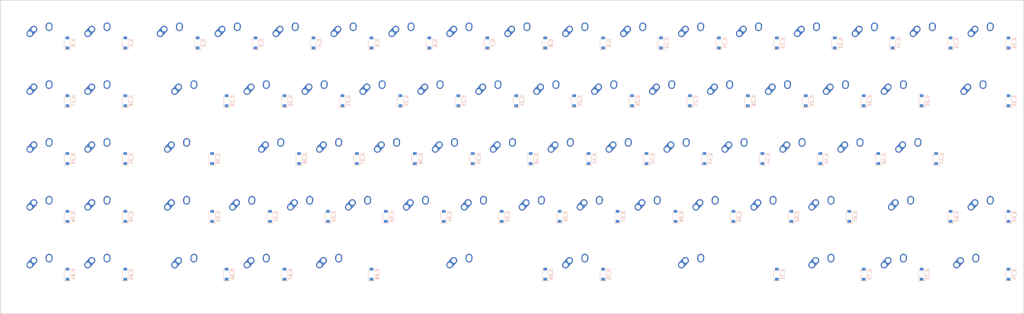
<source format=kicad_pcb>
(kicad_pcb (version 20221018) (generator pcbnew)
  (layers (0 "F.Cu" signal) (31 "B.Cu" signal) (34 "B.Paste" user) (35 "F.Paste" user) (36 "B.SilkS" user "B.Silkscreen") (37 "F.SilkS" user "F.Silkscreen") (38 "B.Mask" user) (39 "F.Mask" user) (44 "Edge.Cuts" user))
  (net 0 "")
  (net 1 "col0")
  (net 2 "col1")
  (net 3 "col2")
  (net 4 "col3")
  (net 5 "col4")
  (net 6 "col5")
  (net 7 "col6")
  (net 8 "col7")
  (net 9 "col8")
  (net 10 "col9")
  (net 11 "col10")
  (net 12 "col11")
  (net 13 "col12")
  (net 14 "col13")
  (net 15 "col14")
  (net 16 "col15")
  (net 17 "col16")
  (net 18 "row0")
  (net 19 "row1")
  (net 20 "row2")
  (net 21 "row3")
  (net 22 "row4")
  (net 23 "Net-(D_0-Pad2)")
  (net 24 "Net-(D_1-Pad2)")
  (net 25 "Net-(D_2-Pad2)")
  (net 26 "Net-(D_3-Pad2)")
  (net 27 "Net-(D_4-Pad2)")
  (net 28 "Net-(D_5-Pad2)")
  (net 29 "Net-(D_6-Pad2)")
  (net 30 "Net-(D_7-Pad2)")
  (net 31 "Net-(D_8-Pad2)")
  (net 32 "Net-(D_9-Pad2)")
  (net 33 "Net-(D_10-Pad2)")
  (net 34 "Net-(D_11-Pad2)")
  (net 35 "Net-(D_12-Pad2)")
  (net 36 "Net-(D_13-Pad2)")
  (net 37 "Net-(D_14-Pad2)")
  (net 38 "Net-(D_15-Pad2)")
  (net 39 "Net-(D_16-Pad2)")
  (net 40 "Net-(D_17-Pad2)")
  (net 41 "Net-(D_18-Pad2)")
  (net 42 "Net-(D_19-Pad2)")
  (net 43 "Net-(D_20-Pad2)")
  (net 44 "Net-(D_21-Pad2)")
  (net 45 "Net-(D_22-Pad2)")
  (net 46 "Net-(D_23-Pad2)")
  (net 47 "Net-(D_24-Pad2)")
  (net 48 "Net-(D_25-Pad2)")
  (net 49 "Net-(D_26-Pad2)")
  (net 50 "Net-(D_27-Pad2)")
  (net 51 "Net-(D_28-Pad2)")
  (net 52 "Net-(D_29-Pad2)")
  (net 53 "Net-(D_30-Pad2)")
  (net 54 "Net-(D_31-Pad2)")
  (net 55 "Net-(D_33-Pad2)")
  (net 56 "Net-(D_34-Pad2)")
  (net 57 "Net-(D_35-Pad2)")
  (net 58 "Net-(D_36-Pad2)")
  (net 59 "Net-(D_37-Pad2)")
  (net 60 "Net-(D_38-Pad2)")
  (net 61 "Net-(D_39-Pad2)")
  (net 62 "Net-(D_40-Pad2)")
  (net 63 "Net-(D_41-Pad2)")
  (net 64 "Net-(D_42-Pad2)")
  (net 65 "Net-(D_43-Pad2)")
  (net 66 "Net-(D_44-Pad2)")
  (net 67 "Net-(D_45-Pad2)")
  (net 68 "Net-(D_46-Pad2)")
  (net 69 "Net-(D_47-Pad2)")
  (net 70 "Net-(D_32-Pad2)")
  (net 71 "Net-(D_48-Pad2)")
  (net 72 "Net-(D_49-Pad2)")
  (net 73 "Net-(D_50-Pad2)")
  (net 74 "Net-(D_51-Pad2)")
  (net 75 "Net-(D_52-Pad2)")
  (net 76 "Net-(D_53-Pad2)")
  (net 77 "Net-(D_54-Pad2)")
  (net 78 "Net-(D_55-Pad2)")
  (net 79 "Net-(D_56-Pad2)")
  (net 80 "Net-(D_57-Pad2)")
  (net 81 "Net-(D_58-Pad2)")
  (net 82 "Net-(D_59-Pad2)")
  (net 83 "Net-(D_60-Pad2)")
  (net 84 "Net-(D_61-Pad2)")
  (net 85 "Net-(D_62-Pad2)")
  (net 86 "Net-(D_63-Pad2)")
  (net 87 "Net-(D_64-Pad2)")
  (net 88 "Net-(D_65-Pad2)")
  (net 89 "Net-(D_66-Pad2)")
  (net 90 "Net-(D_67-Pad2)")
  (net 91 "Net-(D_68-Pad2)")
  (net 92 "Net-(D_69-Pad2)")
  (net 93 "Net-(D_70-Pad2)")
  (net 94 "Net-(D_71-Pad2)")
  (net 95 "Net-(D_72-Pad2)")
  (net 96 "Net-(D_73-Pad2)")
  (net 97 "Net-(D_74-Pad2)")
  (footprint "MX_Alps_Hybrid:MX-1U-NoLED" (layer "F.Cu") (at 220.218 118.745)
    (fp_text reference "K_70")
    (fp_text value "KEYSW")
  )
  (footprint "MX_Alps_Hybrid:MX-1U-NoLED" (layer "F.Cu") (at 248.793 61.595)
    (fp_text reference "K_27")
    (fp_text value "KEYSW")
  )
  (footprint "MX_Alps_Hybrid:MX-1U-NoLED" (layer "F.Cu") (at 63.0555 42.545)
    (fp_text reference "K_1")
    (fp_text value "KEYSW")
  )
  (footprint "MX_Alps_Hybrid:MX-1.25U-NoLED" (layer "F.Cu") (at 351.18675 61.595)
    (fp_text reference "K_32")
    (fp_text value "KEYSW")
  )
  (footprint "MX_Alps_Hybrid:MX-1U-NoLED" (layer "F.Cu") (at 224.9805 99.695)
    (fp_text reference "K_57")
    (fp_text value "KEYSW")
  )
  (footprint "MX_Alps_Hybrid:MX-1U-NoLED" (layer "F.Cu") (at 263.0805 99.695)
    (fp_text reference "K_59")
    (fp_text value "KEYSW")
  )
  (footprint "MX_Alps_Hybrid:MX-1U-NoLED" (layer "F.Cu") (at 253.5555 80.645)
    (fp_text reference "K_43")
    (fp_text value "KEYSW")
  )
  (footprint "MX_Alps_Hybrid:MX-1U-NoLED" (layer "F.Cu") (at 172.593 61.595)
    (fp_text reference "K_23")
    (fp_text value "KEYSW")
  )
  (footprint "MX_Alps_Hybrid:MX-1U-NoLED" (layer "F.Cu") (at 296.418 42.545)
    (fp_text reference "K_13")
    (fp_text value "KEYSW")
  )
  (footprint "MX_Alps_Hybrid:MX-1U-NoLED" (layer "F.Cu") (at 282.1305 99.695)
    (fp_text reference "K_60")
    (fp_text value "KEYSW")
  )
  (footprint "MX_Alps_Hybrid:MX-3U-NoLED" (layer "F.Cu") (at 182.118 118.745)
    (fp_text reference "K_69")
    (fp_text value "KEYSW")
  )
  (footprint "MX_Alps_Hybrid:MX-1.25U-NoLED" (layer "F.Cu") (at 89.24925 99.695)
    (fp_text reference "K_50")
    (fp_text value "KEYSW")
  )
  (footprint "MX_Alps_Hybrid:MX-1U-NoLED" (layer "F.Cu") (at 353.568 99.695)
    (fp_text reference "K_63")
    (fp_text value "KEYSW")
  )
  (footprint "MX_Alps_Hybrid:MX-1U-NoLED" (layer "F.Cu") (at 215.4555 80.645)
    (fp_text reference "K_41")
    (fp_text value "KEYSW")
  )
  (footprint "MX_Alps_Hybrid:MX-1U-NoLED" (layer "F.Cu") (at 210.693 61.595)
    (fp_text reference "K_25")
    (fp_text value "KEYSW")
  )
  (footprint "MX_Alps_Hybrid:MX-1U-NoLED" (layer "F.Cu") (at 229.743 61.595)
    (fp_text reference "K_26")
    (fp_text value "KEYSW")
  )
  (footprint "MX_Alps_Hybrid:MX-1U-NoLED" (layer "F.Cu") (at 44.0055 80.645)
    (fp_text reference "K_33")
    (fp_text value "KEYSW")
  )
  (footprint "MX_Alps_Hybrid:MX-1U-NoLED" (layer "F.Cu") (at 163.068 42.545)
    (fp_text reference "K_6")
    (fp_text value "KEYSW")
  )
  (footprint "MX_Alps_Hybrid:MX-1U-NoLED" (layer "F.Cu") (at 129.7305 99.695)
    (fp_text reference "K_52")
    (fp_text value "KEYSW")
  )
  (footprint "MX_Alps_Hybrid:MX-1U-NoLED" (layer "F.Cu") (at 196.4055 80.645)
    (fp_text reference "K_40")
    (fp_text value "KEYSW")
  )
  (footprint "MX_Alps_Hybrid:MX-1.5U-NoLED" (layer "F.Cu") (at 348.8055 118.745)
    (fp_text reference "K_74")
    (fp_text value "KEYSW")
  )
  (footprint "MX_Alps_Hybrid:MX-1U-NoLED" (layer "F.Cu") (at 286.893 61.595)
    (fp_text reference "K_29")
    (fp_text value "KEYSW")
  )
  (footprint "MX_Alps_Hybrid:MX-1U-NoLED" (layer "F.Cu") (at 186.8805 99.695)
    (fp_text reference "K_55")
    (fp_text value "KEYSW")
  )
  (footprint "MX_Alps_Hybrid:MX-1.5U-NoLED" (layer "F.Cu") (at 301.1805 118.745)
    (fp_text reference "K_72")
    (fp_text value "KEYSW")
  )
  (footprint "MX_Alps_Hybrid:MX-1U-NoLED" (layer "F.Cu") (at 120.2055 80.645)
    (fp_text reference "K_36")
    (fp_text value "KEYSW")
  )
  (footprint "MX_Alps_Hybrid:MX-1U-NoLED" (layer "F.Cu") (at 177.3555 80.645)
    (fp_text reference "K_39")
    (fp_text value "KEYSW")
  )
  (footprint "MX_Alps_Hybrid:MX-1U-NoLED" (layer "F.Cu") (at 63.0555 118.745)
    (fp_text reference "K_65")
    (fp_text value "KEYSW")
  )
  (footprint "MX_Alps_Hybrid:MX-1U-NoLED" (layer "F.Cu") (at 63.0555 99.695)
    (fp_text reference "K_49")
    (fp_text value "KEYSW")
  )
  (footprint "MX_Alps_Hybrid:MX-1U-NoLED" (layer "F.Cu") (at 153.543 61.595)
    (fp_text reference "K_22")
    (fp_text value "KEYSW")
  )
  (footprint "MX_Alps_Hybrid:MX-1U-NoLED" (layer "F.Cu") (at 115.443 118.745)
    (fp_text reference "K_67")
    (fp_text value "KEYSW")
  )
  (footprint "MX_Alps_Hybrid:MX-1U-NoLED" (layer "F.Cu") (at 315.468 42.545)
    (fp_text reference "K_14")
    (fp_text value "KEYSW")
  )
  (footprint "MX_Alps_Hybrid:MX-1U-NoLED" (layer "F.Cu") (at 86.868 42.545)
    (fp_text reference "K_2")
    (fp_text value "KEYSW")
  )
  (footprint "MX_Alps_Hybrid:MX-1U-NoLED" (layer "F.Cu") (at 44.0055 99.695)
    (fp_text reference "K_48")
    (fp_text value "KEYSW")
  )
  (footprint "MX_Alps_Hybrid:MX-1U-NoLED" (layer "F.Cu") (at 267.843 61.595)
    (fp_text reference "K_28")
    (fp_text value "KEYSW")
  )
  (footprint "MX_Alps_Hybrid:MX-1U-NoLED" (layer "F.Cu") (at 272.6055 80.645)
    (fp_text reference "K_44")
    (fp_text value "KEYSW")
  )
  (footprint "MX_Alps_Hybrid:MX-1U-NoLED" (layer "F.Cu") (at 201.168 42.545)
    (fp_text reference "K_8")
    (fp_text value "KEYSW")
  )
  (footprint "MX_Alps_Hybrid:MX-1U-NoLED" (layer "F.Cu") (at 234.5055 80.645)
    (fp_text reference "K_42")
    (fp_text value "KEYSW")
  )
  (footprint "MX_Alps_Hybrid:MX-1U-NoLED" (layer "F.Cu") (at 301.1805 99.695)
    (fp_text reference "K_61")
    (fp_text value "KEYSW")
  )
  (footprint "MX_Alps_Hybrid:MX-1U-NoLED" (layer "F.Cu") (at 310.7055 80.645)
    (fp_text reference "K_46")
    (fp_text value "KEYSW")
  )
  (footprint "MX_Alps_Hybrid:MX-1U-NoLED" (layer "F.Cu") (at 115.443 61.595)
    (fp_text reference "K_20")
    (fp_text value "KEYSW")
  )
  (footprint "MX_Alps_Hybrid:MX-1U-NoLED" (layer "F.Cu") (at 258.318 42.545)
    (fp_text reference "K_11")
    (fp_text value "KEYSW")
  )
  (footprint "MX_Alps_Hybrid:MX-1U-NoLED" (layer "F.Cu") (at 191.643 61.595)
    (fp_text reference "K_24")
    (fp_text value "KEYSW")
  )
  (footprint "MX_Alps_Hybrid:MX-1U-NoLED" (layer "F.Cu") (at 220.218 42.545)
    (fp_text reference "K_9")
    (fp_text value "KEYSW")
  )
  (footprint "MX_Alps_Hybrid:MX-1U-NoLED" (layer "F.Cu") (at 44.0055 61.595)
    (fp_text reference "K_17")
    (fp_text value "KEYSW")
  )
  (footprint "MX_Alps_Hybrid:MX-1U-NoLED" (layer "F.Cu") (at 324.993 61.595)
    (fp_text reference "K_31")
    (fp_text value "KEYSW")
  )
  (footprint "MX_Alps_Hybrid:MX-1.25U-NoLED" (layer "F.Cu") (at 89.24925 80.645)
    (fp_text reference "K_35")
    (fp_text value "KEYSW")
  )
  (footprint "MX_Alps_Hybrid:MX-1U-NoLED" (layer "F.Cu") (at 182.118 42.545)
    (fp_text reference "K_7")
    (fp_text value "KEYSW")
  )
  (footprint "MX_Alps_Hybrid:MX-1U-NoLED" (layer "F.Cu") (at 353.568 42.545)
    (fp_text reference "K_16")
    (fp_text value "KEYSW")
  )
  (footprint "MX_Alps_Hybrid:MX-1U-NoLED" (layer "F.Cu") (at 63.0555 80.645)
    (fp_text reference "K_34")
    (fp_text value "KEYSW")
  )
  (footprint "MX_Alps_Hybrid:MX-1.5U-NoLED" (layer "F.Cu") (at 91.6305 118.745)
    (fp_text reference "K_66")
    (fp_text value "KEYSW")
  )
  (footprint "MX_Alps_Hybrid:MX-1.5U-NoLED" (layer "F.Cu") (at 91.6305 61.595)
    (fp_text reference "K_19")
    (fp_text value "KEYSW")
  )
  (footprint "MX_Alps_Hybrid:MX-1U-NoLED" (layer "F.Cu") (at 167.8305 99.695)
    (fp_text reference "K_54")
    (fp_text value "KEYSW")
  )
  (footprint "MX_Alps_Hybrid:MX-1U-NoLED" (layer "F.Cu") (at 148.7805 99.695)
    (fp_text reference "K_53")
    (fp_text value "KEYSW")
  )
  (footprint "MX_Alps_Hybrid:MX-1U-NoLED" (layer "F.Cu") (at 205.9305 99.695)
    (fp_text reference "K_56")
    (fp_text value "KEYSW")
  )
  (footprint "MX_Alps_Hybrid:MX-3U-NoLED" (layer "F.Cu") (at 258.318 118.745)
    (fp_text reference "K_71")
    (fp_text value "KEYSW")
  )
  (footprint "MX_Alps_Hybrid:MX-1U-NoLED" (layer "F.Cu") (at 291.6555 80.645)
    (fp_text reference "K_45")
    (fp_text value "KEYSW")
  )
  (footprint "MX_Alps_Hybrid:MX-1U-NoLED" (layer "F.Cu") (at 329.7555 80.645)
    (fp_text reference "K_47")
    (fp_text value "KEYSW")
  )
  (footprint "MX_Alps_Hybrid:MX-1U-NoLED" (layer "F.Cu") (at 244.0305 99.695)
    (fp_text reference "K_58")
    (fp_text value "KEYSW")
  )
  (footprint "MX_Alps_Hybrid:MX-1.5U-NoLED" (layer "F.Cu") (at 139.2555 118.745)
    (fp_text reference "K_68")
    (fp_text value "KEYSW")
  )
  (footprint "MX_Alps_Hybrid:MX-1U-NoLED" (layer "F.Cu") (at 44.0055 118.745)
    (fp_text reference "K_64")
    (fp_text value "KEYSW")
  )
  (footprint "MX_Alps_Hybrid:MX-1U-NoLED" (layer "F.Cu") (at 63.0555 61.595)
    (fp_text reference "K_18")
    (fp_text value "KEYSW")
  )
  (footprint "MX_Alps_Hybrid:MX-1U-NoLED" (layer "F.Cu") (at 239.268 42.545)
    (fp_text reference "K_10")
    (fp_text value "KEYSW")
  )
  (footprint "MX_Alps_Hybrid:MX-1.75U-NoLED" (layer "F.Cu") (at 327.37425 99.695)
    (fp_text reference "K_62")
    (fp_text value "KEYSW")
  )
  (footprint "MX_Alps_Hybrid:MX-1U-NoLED" (layer "F.Cu") (at 144.018 42.545)
    (fp_text reference "K_5")
    (fp_text value "KEYSW")
  )
  (footprint "MX_Alps_Hybrid:MX-1U-NoLED" (layer "F.Cu") (at 158.3055 80.645)
    (fp_text reference "K_38")
    (fp_text value "KEYSW")
  )
  (footprint "MX_Alps_Hybrid:MX-1U-NoLED" (layer "F.Cu") (at 134.493 61.595)
    (fp_text reference "K_21")
    (fp_text value "KEYSW")
  )
  (footprint "MX_Alps_Hybrid:MX-1U-NoLED" (layer "F.Cu") (at 139.2555 80.645)
    (fp_text reference "K_37")
    (fp_text value "KEYSW")
  )
  (footprint "MX_Alps_Hybrid:MX-1U-NoLED" (layer "F.Cu") (at 105.918 42.545)
    (fp_text reference "K_3")
    (fp_text value "KEYSW")
  )
  (footprint "MX_Alps_Hybrid:MX-1U-NoLED" (layer "F.Cu") (at 124.968 42.545)
    (fp_text reference "K_4")
    (fp_text value "KEYSW")
  )
  (footprint "MX_Alps_Hybrid:MX-1U-NoLED" (layer "F.Cu") (at 324.993 118.745)
    (fp_text reference "K_73")
    (fp_text value "KEYSW")
  )
  (footprint "MX_Alps_Hybrid:MX-1U-NoLED" (layer "F.Cu") (at 110.6805 99.695)
    (fp_text reference "K_51")
    (fp_text value "KEYSW")
  )
  (footprint "MX_Alps_Hybrid:MX-1U-NoLED" (layer "F.Cu") (at 277.368 42.545)
    (fp_text reference "K_12")
    (fp_text value "KEYSW")
  )
  (footprint "MX_Alps_Hybrid:MX-1U-NoLED" (layer "F.Cu") (at 44.0055 42.545)
    (fp_text reference "K_0")
    (fp_text value "KEYSW")
  )
  (footprint "MX_Alps_Hybrid:MX-1U-NoLED" (layer "F.Cu") (at 334.518 42.545)
    (fp_text reference "K_15")
    (fp_text value "KEYSW")
  )
  (footprint "MX_Alps_Hybrid:MX-1U-NoLED" (layer "F.Cu") (at 305.943 61.595)
    (fp_text reference "K_30")
    (fp_text value "KEYSW")
  )
  (footprint "Diode_SMD:D_SOD-123" (layer "B.Cu") (at 228.743 119.245 90)
    (fp_text reference "D_70")
    (fp_text value "D")
  )
  (footprint "Diode_SMD:D_SOD-123" (layer "B.Cu") (at 362.093 100.195 90)
    (fp_text reference "D_63")
    (fp_text value "D")
  )
  (footprint "Diode_SMD:D_SOD-123" (layer "B.Cu") (at 52.5305 43.045 90)
    (fp_text reference "D_0")
    (fp_text value "D")
  )
  (footprint "Diode_SMD:D_SOD-123" (layer "B.Cu") (at 185.8805 81.145 90)
    (fp_text reference "D_39")
    (fp_text value "D")
  )
  (footprint "Diode_SMD:D_SOD-123" (layer "B.Cu") (at 171.593 43.045 90)
    (fp_text reference "D_6")
    (fp_text value "D")
  )
  (footprint "Diode_SMD:D_SOD-123" (layer "B.Cu") (at 100.1555 81.145 90)
    (fp_text reference "D_35")
    (fp_text value "D")
  )
  (footprint "Diode_SMD:D_SOD-123" (layer "B.Cu") (at 257.318 62.095 90)
    (fp_text reference "D_27")
    (fp_text value "D")
  )
  (footprint "Diode_SMD:D_SOD-123" (layer "B.Cu") (at 266.843 43.045 90)
    (fp_text reference "D_11")
    (fp_text value "D")
  )
  (footprint "Diode_SMD:D_SOD-123" (layer "B.Cu") (at 200.168 62.095 90)
    (fp_text reference "D_24")
    (fp_text value "D")
  )
  (footprint "Diode_SMD:D_SOD-123" (layer "B.Cu") (at 362.093 62.095 90)
    (fp_text reference "D_32")
    (fp_text value "D")
  )
  (footprint "Diode_SMD:D_SOD-123" (layer "B.Cu") (at 71.5805 100.195 90)
    (fp_text reference "D_49")
    (fp_text value "D")
  )
  (footprint "Diode_SMD:D_SOD-123" (layer "B.Cu") (at 333.518 119.245 90)
    (fp_text reference "D_73")
    (fp_text value "D")
  )
  (footprint "Diode_SMD:D_SOD-123" (layer "B.Cu") (at 219.218 62.095 90)
    (fp_text reference "D_25")
    (fp_text value "D")
  )
  (footprint "Diode_SMD:D_SOD-123" (layer "B.Cu") (at 252.5555 100.195 90)
    (fp_text reference "D_58")
    (fp_text value "D")
  )
  (footprint "Diode_SMD:D_SOD-123" (layer "B.Cu") (at 123.968 119.245 90)
    (fp_text reference "D_67")
    (fp_text value "D")
  )
  (footprint "Diode_SMD:D_SOD-123" (layer "B.Cu") (at 247.793 43.045 90)
    (fp_text reference "D_10")
    (fp_text value "D")
  )
  (footprint "Diode_SMD:D_SOD-123" (layer "B.Cu") (at 123.968 62.095 90)
    (fp_text reference "D_20")
    (fp_text value "D")
  )
  (footprint "Diode_SMD:D_SOD-123" (layer "B.Cu") (at 276.368 62.095 90)
    (fp_text reference "D_28")
    (fp_text value "D")
  )
  (footprint "Diode_SMD:D_SOD-123" (layer "B.Cu") (at 343.043 43.045 90)
    (fp_text reference "D_15")
    (fp_text value "D")
  )
  (footprint "Diode_SMD:D_SOD-123" (layer "B.Cu") (at 133.493 43.045 90)
    (fp_text reference "D_4")
    (fp_text value "D")
  )
  (footprint "Diode_SMD:D_SOD-123" (layer "B.Cu") (at 314.468 119.245 90)
    (fp_text reference "D_72")
    (fp_text value "D")
  )
  (footprint "Diode_SMD:D_SOD-123" (layer "B.Cu") (at 262.0805 81.145 90)
    (fp_text reference "D_43")
    (fp_text value "D")
  )
  (footprint "Diode_SMD:D_SOD-123" (layer "B.Cu") (at 152.543 119.245 90)
    (fp_text reference "D_68")
    (fp_text value "D")
  )
  (footprint "Diode_SMD:D_SOD-123" (layer "B.Cu") (at 157.3055 100.195 90)
    (fp_text reference "D_53")
    (fp_text value "D")
  )
  (footprint "Diode_SMD:D_SOD-123" (layer "B.Cu") (at 285.893 119.245 90)
    (fp_text reference "D_71")
    (fp_text value "D")
  )
  (footprint "Diode_SMD:D_SOD-123" (layer "B.Cu") (at 128.7305 81.145 90)
    (fp_text reference "D_36")
    (fp_text value "D")
  )
  (footprint "Diode_SMD:D_SOD-123" (layer "B.Cu") (at 119.2055 100.195 90)
    (fp_text reference "D_51")
    (fp_text value "D")
  )
  (footprint "Diode_SMD:D_SOD-123" (layer "B.Cu") (at 52.5305 62.095 90)
    (fp_text reference "D_17")
    (fp_text value "D")
  )
  (footprint "Diode_SMD:D_SOD-123" (layer "B.Cu") (at 95.393 43.045 90)
    (fp_text reference "D_2")
    (fp_text value "D")
  )
  (footprint "Diode_SMD:D_SOD-123" (layer "B.Cu") (at 319.2305 81.145 90)
    (fp_text reference "D_46")
    (fp_text value "D")
  )
  (footprint "Diode_SMD:D_SOD-123" (layer "B.Cu") (at 143.018 62.095 90)
    (fp_text reference "D_21")
    (fp_text value "D")
  )
  (footprint "Diode_SMD:D_SOD-123" (layer "B.Cu") (at 71.5805 62.095 90)
    (fp_text reference "D_18")
    (fp_text value "D")
  )
  (footprint "Diode_SMD:D_SOD-123" (layer "B.Cu") (at 147.7805 81.145 90)
    (fp_text reference "D_37")
    (fp_text value "D")
  )
  (footprint "Diode_SMD:D_SOD-123" (layer "B.Cu") (at 71.5805 119.245 90)
    (fp_text reference "D_65")
    (fp_text value "D")
  )
  (footprint "Diode_SMD:D_SOD-123" (layer "B.Cu") (at 104.918 62.095 90)
    (fp_text reference "D_19")
    (fp_text value "D")
  )
  (footprint "Diode_SMD:D_SOD-123" (layer "B.Cu") (at 176.3555 100.195 90)
    (fp_text reference "D_54")
    (fp_text value "D")
  )
  (footprint "Diode_SMD:D_SOD-123" (layer "B.Cu") (at 138.2555 100.195 90)
    (fp_text reference "D_52")
    (fp_text value "D")
  )
  (footprint "Diode_SMD:D_SOD-123" (layer "B.Cu") (at 114.443 43.045 90)
    (fp_text reference "D_3")
    (fp_text value "D")
  )
  (footprint "Diode_SMD:D_SOD-123" (layer "B.Cu") (at 223.9805 81.145 90)
    (fp_text reference "D_41")
    (fp_text value "D")
  )
  (footprint "Diode_SMD:D_SOD-123" (layer "B.Cu") (at 309.7055 100.195 90)
    (fp_text reference "D_61")
    (fp_text value "D")
  )
  (footprint "Diode_SMD:D_SOD-123" (layer "B.Cu") (at 190.643 43.045 90)
    (fp_text reference "D_7")
    (fp_text value "D")
  )
  (footprint "Diode_SMD:D_SOD-123" (layer "B.Cu") (at 71.5805 43.045 90)
    (fp_text reference "D_1")
    (fp_text value "D")
  )
  (footprint "Diode_SMD:D_SOD-123" (layer "B.Cu") (at 290.6555 100.195 90)
    (fp_text reference "D_60")
    (fp_text value "D")
  )
  (footprint "Diode_SMD:D_SOD-123" (layer "B.Cu") (at 362.093 43.045 90)
    (fp_text reference "D_16")
    (fp_text value "D")
  )
  (footprint "Diode_SMD:D_SOD-123" (layer "B.Cu") (at 152.543 43.045 90)
    (fp_text reference "D_5")
    (fp_text value "D")
  )
  (footprint "Diode_SMD:D_SOD-123" (layer "B.Cu") (at 228.743 43.045 90)
    (fp_text reference "D_9")
    (fp_text value "D")
  )
  (footprint "Diode_SMD:D_SOD-123" (layer "B.Cu") (at 166.8305 81.145 90)
    (fp_text reference "D_38")
    (fp_text value "D")
  )
  (footprint "Diode_SMD:D_SOD-123" (layer "B.Cu") (at 204.9305 81.145 90)
    (fp_text reference "D_40")
    (fp_text value "D")
  )
  (footprint "Diode_SMD:D_SOD-123" (layer "B.Cu") (at 238.268 62.095 90)
    (fp_text reference "D_26")
    (fp_text value "D")
  )
  (footprint "Diode_SMD:D_SOD-123" (layer "B.Cu") (at 271.6055 100.195 90)
    (fp_text reference "D_59")
    (fp_text value "D")
  )
  (footprint "Diode_SMD:D_SOD-123" (layer "B.Cu") (at 233.5055 100.195 90)
    (fp_text reference "D_57")
    (fp_text value "D")
  )
  (footprint "Diode_SMD:D_SOD-123" (layer "B.Cu") (at 285.893 43.045 90)
    (fp_text reference "D_12")
    (fp_text value "D")
  )
  (footprint "Diode_SMD:D_SOD-123" (layer "B.Cu") (at 343.043 100.195 90)
    (fp_text reference "D_62")
    (fp_text value "D")
  )
  (footprint "Diode_SMD:D_SOD-123" (layer "B.Cu") (at 314.468 62.095 90)
    (fp_text reference "D_30")
    (fp_text value "D")
  )
  (footprint "Diode_SMD:D_SOD-123" (layer "B.Cu") (at 300.1805 81.145 90)
    (fp_text reference "D_45")
    (fp_text value "D")
  )
  (footprint "Diode_SMD:D_SOD-123" (layer "B.Cu") (at 100.1555 100.195 90)
    (fp_text reference "D_50")
    (fp_text value "D")
  )
  (footprint "Diode_SMD:D_SOD-123" (layer "B.Cu") (at 243.0305 81.145 90)
    (fp_text reference "D_42")
    (fp_text value "D")
  )
  (footprint "Diode_SMD:D_SOD-123" (layer "B.Cu") (at 104.918 119.245 90)
    (fp_text reference "D_66")
    (fp_text value "D")
  )
  (footprint "Diode_SMD:D_SOD-123" (layer "B.Cu") (at 281.1305 81.145 90)
    (fp_text reference "D_44")
    (fp_text value "D")
  )
  (footprint "Diode_SMD:D_SOD-123" (layer "B.Cu") (at 52.5305 81.145 90)
    (fp_text reference "D_33")
    (fp_text value "D")
  )
  (footprint "Diode_SMD:D_SOD-123" (layer "B.Cu") (at 71.5805 81.145 90)
    (fp_text reference "D_34")
    (fp_text value "D")
  )
  (footprint "Diode_SMD:D_SOD-123" (layer "B.Cu") (at 162.068 62.095 90)
    (fp_text reference "D_22")
    (fp_text value "D")
  )
  (footprint "Diode_SMD:D_SOD-123" (layer "B.Cu") (at 209.693 43.045 90)
    (fp_text reference "D_8")
    (fp_text value "D")
  )
  (footprint "Diode_SMD:D_SOD-123" (layer "B.Cu") (at 52.5305 100.195 90)
    (fp_text reference "D_48")
    (fp_text value "D")
  )
  (footprint "Diode_SMD:D_SOD-123" (layer "B.Cu") (at 214.4555 100.195 90)
    (fp_text reference "D_56")
    (fp_text value "D")
  )
  (footprint "Diode_SMD:D_SOD-123" (layer "B.Cu") (at 362.093 119.245 90)
    (fp_text reference "D_74")
    (fp_text value "D")
  )
  (footprint "Diode_SMD:D_SOD-123" (layer "B.Cu") (at 52.5305 119.245 90)
    (fp_text reference "D_64")
    (fp_text value "D")
  )
  (footprint "Diode_SMD:D_SOD-123" (layer "B.Cu") (at 304.943 43.045 90)
    (fp_text reference "D_13")
    (fp_text value "D")
  )
  (footprint "Diode_SMD:D_SOD-123" (layer "B.Cu") (at 195.4055 100.195 90)
    (fp_text reference "D_55")
    (fp_text value "D")
  )
  (footprint "Diode_SMD:D_SOD-123" (layer "B.Cu") (at 295.418 62.095 90)
    (fp_text reference "D_29")
    (fp_text value "D")
  )
  (footprint "Diode_SMD:D_SOD-123" (layer "B.Cu") (at 338.2805 81.145 90)
    (fp_text reference "D_47")
    (fp_text value "D")
  )
  (footprint "Diode_SMD:D_SOD-123" (layer "B.Cu") (at 181.118 62.095 90)
    (fp_text reference "D_23")
    (fp_text value "D")
  )
  (footprint "Diode_SMD:D_SOD-123" (layer "B.Cu") (at 209.693 119.245 90)
    (fp_text reference "D_69")
    (fp_text value "D")
  )
  (footprint "Diode_SMD:D_SOD-123" (layer "B.Cu") (at 333.518 62.095 90)
    (fp_text reference "D_31")
    (fp_text value "D")
  )
  (footprint "Diode_SMD:D_SOD-123" (layer "B.Cu") (at 323.993 43.045 90)
    (fp_text reference "D_14")
    (fp_text value "D")
  )
  (gr_line (start 367.093 132.27) (end 30.4805 132.27) (stroke (width 0.2)) (layer "Edge.Cuts"))
  (gr_line (start 30.4805 29.02) (end 367.093 29.02) (stroke (width 0.2)) (layer "Edge.Cuts"))
  (gr_line (start 30.4805 132.27) (end 30.4805 29.02) (stroke (width 0.2)) (layer "Edge.Cuts"))
  (gr_arc (start 30.4805 29.02) (mid 30.4805 29.02) (end 30.4805 29.02) (stroke (width 0.2)) (layer "Edge.Cuts"))
  (gr_arc (start 30.4805 132.27) (mid 30.4805 132.27) (end 30.4805 132.27) (stroke (width 0.2)) (layer "Edge.Cuts"))
  (gr_arc (start 367.093 29.02) (mid 367.093 29.02) (end 367.093 29.02) (stroke (width 0.2)) (layer "Edge.Cuts"))
  (gr_line (start 367.093 29.02) (end 367.093 132.27) (stroke (width 0.2)) (layer "Edge.Cuts"))
  (gr_arc (start 367.093 132.27) (mid 367.093 132.27) (end 367.093 132.27) (stroke (width 0.2)) (layer "Edge.Cuts"))
)
</source>
